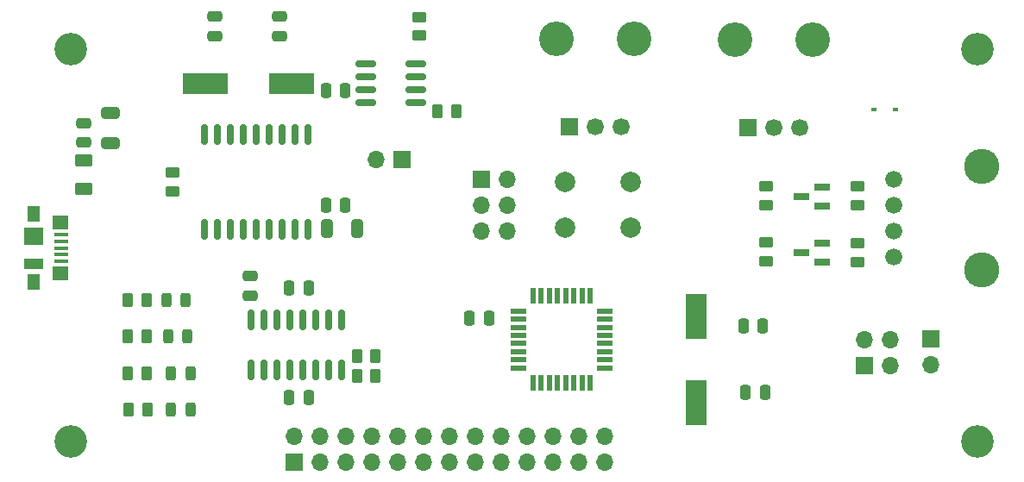
<source format=gbr>
%TF.GenerationSoftware,KiCad,Pcbnew,(6.0.7-1)-1*%
%TF.CreationDate,2022-09-19T18:34:45-07:00*%
%TF.ProjectId,telemetry-emulator-pcb,74656c65-6d65-4747-9279-2d656d756c61,rev?*%
%TF.SameCoordinates,Original*%
%TF.FileFunction,Soldermask,Top*%
%TF.FilePolarity,Negative*%
%FSLAX46Y46*%
G04 Gerber Fmt 4.6, Leading zero omitted, Abs format (unit mm)*
G04 Created by KiCad (PCBNEW (6.0.7-1)-1) date 2022-09-19 18:34:45*
%MOMM*%
%LPD*%
G01*
G04 APERTURE LIST*
G04 Aperture macros list*
%AMRoundRect*
0 Rectangle with rounded corners*
0 $1 Rounding radius*
0 $2 $3 $4 $5 $6 $7 $8 $9 X,Y pos of 4 corners*
0 Add a 4 corners polygon primitive as box body*
4,1,4,$2,$3,$4,$5,$6,$7,$8,$9,$2,$3,0*
0 Add four circle primitives for the rounded corners*
1,1,$1+$1,$2,$3*
1,1,$1+$1,$4,$5*
1,1,$1+$1,$6,$7*
1,1,$1+$1,$8,$9*
0 Add four rect primitives between the rounded corners*
20,1,$1+$1,$2,$3,$4,$5,0*
20,1,$1+$1,$4,$5,$6,$7,0*
20,1,$1+$1,$6,$7,$8,$9,0*
20,1,$1+$1,$8,$9,$2,$3,0*%
G04 Aperture macros list end*
%ADD10RoundRect,0.250000X-0.250000X-0.475000X0.250000X-0.475000X0.250000X0.475000X-0.250000X0.475000X0*%
%ADD11RoundRect,0.250000X-0.262500X-0.450000X0.262500X-0.450000X0.262500X0.450000X-0.262500X0.450000X0*%
%ADD12C,3.200000*%
%ADD13RoundRect,0.250000X0.650000X-0.325000X0.650000X0.325000X-0.650000X0.325000X-0.650000X-0.325000X0*%
%ADD14RoundRect,0.150000X0.150000X-0.825000X0.150000X0.825000X-0.150000X0.825000X-0.150000X-0.825000X0*%
%ADD15RoundRect,0.250000X0.625000X-0.375000X0.625000X0.375000X-0.625000X0.375000X-0.625000X-0.375000X0*%
%ADD16RoundRect,0.070000X0.650000X0.300000X-0.650000X0.300000X-0.650000X-0.300000X0.650000X-0.300000X0*%
%ADD17RoundRect,0.250000X0.475000X-0.250000X0.475000X0.250000X-0.475000X0.250000X-0.475000X-0.250000X0*%
%ADD18RoundRect,0.250000X-0.450000X0.262500X-0.450000X-0.262500X0.450000X-0.262500X0.450000X0.262500X0*%
%ADD19RoundRect,0.243750X-0.243750X-0.456250X0.243750X-0.456250X0.243750X0.456250X-0.243750X0.456250X0*%
%ADD20C,2.000000*%
%ADD21R,4.500000X2.000000*%
%ADD22R,1.700000X1.700000*%
%ADD23O,1.700000X1.700000*%
%ADD24RoundRect,0.250000X0.250000X0.475000X-0.250000X0.475000X-0.250000X-0.475000X0.250000X-0.475000X0*%
%ADD25RoundRect,0.250000X0.262500X0.450000X-0.262500X0.450000X-0.262500X-0.450000X0.262500X-0.450000X0*%
%ADD26RoundRect,0.150000X-0.825000X-0.150000X0.825000X-0.150000X0.825000X0.150000X-0.825000X0.150000X0*%
%ADD27RoundRect,0.250000X-0.475000X0.250000X-0.475000X-0.250000X0.475000X-0.250000X0.475000X0.250000X0*%
%ADD28C,3.400000*%
%ADD29R,1.690000X1.690000*%
%ADD30C,1.690000*%
%ADD31RoundRect,0.150000X-0.150000X0.875000X-0.150000X-0.875000X0.150000X-0.875000X0.150000X0.875000X0*%
%ADD32C,3.454400*%
%ADD33C,1.676400*%
%ADD34RoundRect,0.250000X0.450000X-0.262500X0.450000X0.262500X-0.450000X0.262500X-0.450000X-0.262500X0*%
%ADD35R,1.600000X0.550000*%
%ADD36R,0.550000X1.600000*%
%ADD37R,1.380000X0.450000*%
%ADD38R,1.300000X1.650000*%
%ADD39R,1.900000X1.000000*%
%ADD40R,1.900000X1.800000*%
%ADD41R,1.550000X1.425000*%
%ADD42RoundRect,0.243750X0.243750X0.456250X-0.243750X0.456250X-0.243750X-0.456250X0.243750X-0.456250X0*%
%ADD43R,0.600000X0.450000*%
%ADD44RoundRect,0.250000X-0.325000X-0.650000X0.325000X-0.650000X0.325000X0.650000X-0.325000X0.650000X0*%
%ADD45R,2.000000X4.500000*%
G04 APERTURE END LIST*
D10*
%TO.C,C6*%
X156530000Y-92642000D03*
X158430000Y-92642000D03*
%TD*%
D11*
%TO.C,R2*%
X96087500Y-97300000D03*
X97912500Y-97300000D03*
%TD*%
%TO.C,R1*%
X96087500Y-90106000D03*
X97912500Y-90106000D03*
%TD*%
D12*
%TO.C,H3*%
X179500000Y-104000000D03*
%TD*%
D13*
%TO.C,C3*%
X94400000Y-74675000D03*
X94400000Y-71725000D03*
%TD*%
D14*
%TO.C,U1*%
X108155000Y-96975000D03*
X109425000Y-96975000D03*
X110695000Y-96975000D03*
X111965000Y-96975000D03*
X113235000Y-96975000D03*
X114505000Y-96975000D03*
X115775000Y-96975000D03*
X117045000Y-96975000D03*
X117045000Y-92025000D03*
X115775000Y-92025000D03*
X114505000Y-92025000D03*
X113235000Y-92025000D03*
X111965000Y-92025000D03*
X110695000Y-92025000D03*
X109425000Y-92025000D03*
X108155000Y-92025000D03*
%TD*%
D10*
%TO.C,C5*%
X156750000Y-99200000D03*
X158650000Y-99200000D03*
%TD*%
D15*
%TO.C,F1*%
X91800000Y-79200000D03*
X91800000Y-76400000D03*
%TD*%
D16*
%TO.C,Q1*%
X164282500Y-80897000D03*
X164282500Y-78997000D03*
X162182500Y-79947000D03*
%TD*%
D17*
%TO.C,C10*%
X104648000Y-64196000D03*
X104648000Y-62296000D03*
%TD*%
D18*
%TO.C,R12*%
X167732500Y-84534500D03*
X167732500Y-86359500D03*
%TD*%
D19*
%TO.C,D4*%
X100362500Y-100900000D03*
X102237500Y-100900000D03*
%TD*%
D20*
%TO.C,S1*%
X138990000Y-78522000D03*
X145490000Y-78522000D03*
X138990000Y-83022000D03*
X145490000Y-83022000D03*
%TD*%
D21*
%TO.C,Y2*%
X103700000Y-68834000D03*
X112200000Y-68834000D03*
%TD*%
D10*
%TO.C,C8*%
X111950000Y-88900000D03*
X113850000Y-88900000D03*
%TD*%
D22*
%TO.C,H1*%
X130810000Y-78232000D03*
D23*
X133350000Y-78232000D03*
X130810000Y-80772000D03*
X133350000Y-80772000D03*
X130810000Y-83312000D03*
X133350000Y-83312000D03*
%TD*%
D24*
%TO.C,C1*%
X131550000Y-91900000D03*
X129650000Y-91900000D03*
%TD*%
D25*
%TO.C,R6*%
X120412500Y-97600000D03*
X118587500Y-97600000D03*
%TD*%
D12*
%TO.C,H4*%
X90500000Y-104000000D03*
%TD*%
D24*
%TO.C,C4*%
X113850000Y-99700000D03*
X111950000Y-99700000D03*
%TD*%
D26*
%TO.C,IC3*%
X119445000Y-66929000D03*
X119445000Y-68199000D03*
X119445000Y-69469000D03*
X119445000Y-70739000D03*
X124395000Y-70739000D03*
X124395000Y-69469000D03*
X124395000Y-68199000D03*
X124395000Y-66929000D03*
%TD*%
D27*
%TO.C,C2*%
X91800000Y-72750000D03*
X91800000Y-74650000D03*
%TD*%
D17*
%TO.C,C9*%
X110998000Y-64196000D03*
X110998000Y-62296000D03*
%TD*%
D28*
%TO.C,J7*%
X138190000Y-64455000D03*
X145810000Y-64455000D03*
D29*
X139460000Y-73095000D03*
D30*
X142000000Y-73095000D03*
X144540000Y-73095000D03*
%TD*%
D17*
%TO.C,C7*%
X108100000Y-89650000D03*
X108100000Y-87750000D03*
%TD*%
D31*
%TO.C,IC2*%
X113792000Y-73836000D03*
X112522000Y-73836000D03*
X111252000Y-73836000D03*
X109982000Y-73836000D03*
X108712000Y-73836000D03*
X107442000Y-73836000D03*
X106172000Y-73836000D03*
X104902000Y-73836000D03*
X103632000Y-73836000D03*
X103632000Y-83136000D03*
X104902000Y-83136000D03*
X106172000Y-83136000D03*
X107442000Y-83136000D03*
X108712000Y-83136000D03*
X109982000Y-83136000D03*
X111252000Y-83136000D03*
X112522000Y-83136000D03*
X113792000Y-83136000D03*
%TD*%
D12*
%TO.C,H2*%
X179500000Y-65500000D03*
%TD*%
D24*
%TO.C,C13*%
X117450000Y-69500000D03*
X115550000Y-69500000D03*
%TD*%
D12*
%TO.C,H5*%
X90500000Y-65500000D03*
%TD*%
D28*
%TO.C,J8*%
X163310000Y-64555000D03*
X155690000Y-64555000D03*
D29*
X156960000Y-73195000D03*
D30*
X159500000Y-73195000D03*
X162040000Y-73195000D03*
%TD*%
D10*
%TO.C,C11*%
X115550000Y-80800000D03*
X117450000Y-80800000D03*
%TD*%
D11*
%TO.C,R4*%
X96187500Y-100900000D03*
X98012500Y-100900000D03*
%TD*%
D18*
%TO.C,R10*%
X124714000Y-62333500D03*
X124714000Y-64158500D03*
%TD*%
D32*
%TO.C,J6*%
X179928501Y-87139500D03*
X179928501Y-76979500D03*
D33*
X171288500Y-78249500D03*
X171288500Y-80789500D03*
X171288500Y-83329500D03*
X171288500Y-85869500D03*
%TD*%
D11*
%TO.C,R13*%
X126487500Y-71600000D03*
X128312500Y-71600000D03*
%TD*%
%TO.C,R5*%
X118587500Y-95600000D03*
X120412500Y-95600000D03*
%TD*%
D34*
%TO.C,R7*%
X100500000Y-79412500D03*
X100500000Y-77587500D03*
%TD*%
D18*
%TO.C,R8*%
X158732500Y-78947000D03*
X158732500Y-80772000D03*
%TD*%
D16*
%TO.C,Q2*%
X164282500Y-86397000D03*
X164282500Y-84497000D03*
X162182500Y-85447000D03*
%TD*%
D35*
%TO.C,IC1*%
X142934000Y-96780000D03*
X142934000Y-95980000D03*
X142934000Y-95180000D03*
X142934000Y-94380000D03*
X142934000Y-93580000D03*
X142934000Y-92780000D03*
X142934000Y-91980000D03*
X142934000Y-91180000D03*
D36*
X141484000Y-89730000D03*
X140684000Y-89730000D03*
X139884000Y-89730000D03*
X139084000Y-89730000D03*
X138284000Y-89730000D03*
X137484000Y-89730000D03*
X136684000Y-89730000D03*
X135884000Y-89730000D03*
D35*
X134434000Y-91180000D03*
X134434000Y-91980000D03*
X134434000Y-92780000D03*
X134434000Y-93580000D03*
X134434000Y-94380000D03*
X134434000Y-95180000D03*
X134434000Y-95980000D03*
X134434000Y-96780000D03*
D36*
X135884000Y-98230000D03*
X136684000Y-98230000D03*
X137484000Y-98230000D03*
X138284000Y-98230000D03*
X139084000Y-98230000D03*
X139884000Y-98230000D03*
X140684000Y-98230000D03*
X141484000Y-98230000D03*
%TD*%
D37*
%TO.C,J1*%
X89560000Y-83700000D03*
X89560000Y-84350000D03*
X89560000Y-85000000D03*
X89560000Y-85650000D03*
X89560000Y-86300000D03*
D38*
X86900000Y-81625000D03*
X86900000Y-88375000D03*
D39*
X86900000Y-86550000D03*
D40*
X86900000Y-83850000D03*
D41*
X89475000Y-82512500D03*
X89475000Y-87487500D03*
%TD*%
D42*
%TO.C,D1*%
X101737500Y-90106000D03*
X99862500Y-90106000D03*
%TD*%
D18*
%TO.C,R11*%
X167732500Y-78947000D03*
X167732500Y-80772000D03*
%TD*%
D22*
%TO.C,J5*%
X174900000Y-93900000D03*
D23*
X174900000Y-96440000D03*
%TD*%
D22*
%TO.C,J4*%
X122975000Y-76300000D03*
D23*
X120435000Y-76300000D03*
%TD*%
D43*
%TO.C,D5*%
X169350000Y-71400000D03*
X171450000Y-71400000D03*
%TD*%
D42*
%TO.C,D3*%
X101937500Y-93700000D03*
X100062500Y-93700000D03*
%TD*%
D19*
%TO.C,D2*%
X100362500Y-97300000D03*
X102237500Y-97300000D03*
%TD*%
D44*
%TO.C,C12*%
X115625000Y-83100000D03*
X118575000Y-83100000D03*
%TD*%
D11*
%TO.C,R3*%
X96087500Y-93706000D03*
X97912500Y-93706000D03*
%TD*%
D45*
%TO.C,Y1*%
X151892000Y-91694000D03*
X151892000Y-100194000D03*
%TD*%
D22*
%TO.C,J2*%
X168425000Y-96575000D03*
D23*
X168425000Y-94035000D03*
X170965000Y-96575000D03*
X170965000Y-94035000D03*
%TD*%
D18*
%TO.C,R9*%
X158732500Y-84447000D03*
X158732500Y-86272000D03*
%TD*%
D22*
%TO.C,J3*%
X112400000Y-106000000D03*
D23*
X112400000Y-103460000D03*
X114940000Y-106000000D03*
X114940000Y-103460000D03*
X117480000Y-106000000D03*
X117480000Y-103460000D03*
X120020000Y-106000000D03*
X120020000Y-103460000D03*
X122560000Y-106000000D03*
X122560000Y-103460000D03*
X125100000Y-106000000D03*
X125100000Y-103460000D03*
X127640000Y-106000000D03*
X127640000Y-103460000D03*
X130180000Y-106000000D03*
X130180000Y-103460000D03*
X132720000Y-106000000D03*
X132720000Y-103460000D03*
X135260000Y-106000000D03*
X135260000Y-103460000D03*
X137800000Y-106000000D03*
X137800000Y-103460000D03*
X140340000Y-106000000D03*
X140340000Y-103460000D03*
X142880000Y-106000000D03*
X142880000Y-103460000D03*
%TD*%
M02*

</source>
